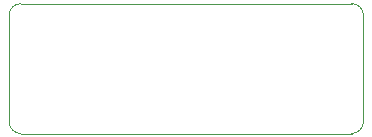
<source format=gbr>
%TF.GenerationSoftware,KiCad,Pcbnew,8.0.5-unknown-202409181836~355805756e~ubuntu22.04.1*%
%TF.CreationDate,2024-10-12T17:39:12+01:00*%
%TF.ProjectId,DRY_ELEC_6CH_MID,4452595f-454c-4454-935f-3643485f4d49,1.0*%
%TF.SameCoordinates,Original*%
%TF.FileFunction,Profile,NP*%
%FSLAX46Y46*%
G04 Gerber Fmt 4.6, Leading zero omitted, Abs format (unit mm)*
G04 Created by KiCad (PCBNEW 8.0.5-unknown-202409181836~355805756e~ubuntu22.04.1) date 2024-10-12 17:39:12*
%MOMM*%
%LPD*%
G01*
G04 APERTURE LIST*
%TA.AperFunction,Profile*%
%ADD10C,0.038100*%
%TD*%
G04 APERTURE END LIST*
D10*
X14999999Y-26500000D02*
X14999999Y-35500000D01*
X15999999Y-36500000D02*
X43999999Y-36500000D01*
X15999999Y-36500000D02*
G75*
G02*
X15000000Y-35500000I1J1000000D01*
G01*
X43999999Y-25500000D02*
G75*
G02*
X45000000Y-26500000I1J-1000000D01*
G01*
X43999999Y-25500000D02*
X15999999Y-25500000D01*
X44999999Y-35500000D02*
X44999999Y-26500000D01*
X44999999Y-35500000D02*
G75*
G02*
X43999999Y-36499999I-999999J0D01*
G01*
X14999999Y-26500000D02*
G75*
G02*
X15999999Y-25499999I1000001J0D01*
G01*
M02*

</source>
